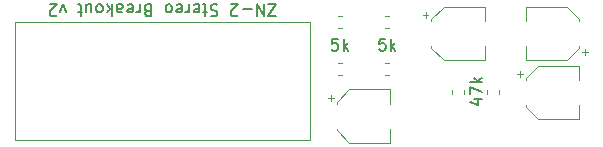
<source format=gbr>
%TF.GenerationSoftware,KiCad,Pcbnew,(5.1.6-0-10_14)*%
%TF.CreationDate,2020-09-24T20:20:29-04:00*%
%TF.ProjectId,zn-2 stereo breakout,7a6e2d32-2073-4746-9572-656f20627265,rev?*%
%TF.SameCoordinates,Original*%
%TF.FileFunction,Legend,Top*%
%TF.FilePolarity,Positive*%
%FSLAX46Y46*%
G04 Gerber Fmt 4.6, Leading zero omitted, Abs format (unit mm)*
G04 Created by KiCad (PCBNEW (5.1.6-0-10_14)) date 2020-09-24 20:20:29*
%MOMM*%
%LPD*%
G01*
G04 APERTURE LIST*
%ADD10C,0.150000*%
%ADD11C,0.120000*%
G04 APERTURE END LIST*
D10*
X128619047Y-43547619D02*
X127952380Y-43547619D01*
X128619047Y-42547619D01*
X127952380Y-42547619D01*
X127571428Y-42547619D02*
X127571428Y-43547619D01*
X127000000Y-42547619D01*
X127000000Y-43547619D01*
X126523809Y-42928571D02*
X125761904Y-42928571D01*
X125333333Y-43452380D02*
X125285714Y-43500000D01*
X125190476Y-43547619D01*
X124952380Y-43547619D01*
X124857142Y-43500000D01*
X124809523Y-43452380D01*
X124761904Y-43357142D01*
X124761904Y-43261904D01*
X124809523Y-43119047D01*
X125380952Y-42547619D01*
X124761904Y-42547619D01*
X123619047Y-42595238D02*
X123476190Y-42547619D01*
X123238095Y-42547619D01*
X123142857Y-42595238D01*
X123095238Y-42642857D01*
X123047619Y-42738095D01*
X123047619Y-42833333D01*
X123095238Y-42928571D01*
X123142857Y-42976190D01*
X123238095Y-43023809D01*
X123428571Y-43071428D01*
X123523809Y-43119047D01*
X123571428Y-43166666D01*
X123619047Y-43261904D01*
X123619047Y-43357142D01*
X123571428Y-43452380D01*
X123523809Y-43500000D01*
X123428571Y-43547619D01*
X123190476Y-43547619D01*
X123047619Y-43500000D01*
X122761904Y-43214285D02*
X122380952Y-43214285D01*
X122619047Y-43547619D02*
X122619047Y-42690476D01*
X122571428Y-42595238D01*
X122476190Y-42547619D01*
X122380952Y-42547619D01*
X121666666Y-42595238D02*
X121761904Y-42547619D01*
X121952380Y-42547619D01*
X122047619Y-42595238D01*
X122095238Y-42690476D01*
X122095238Y-43071428D01*
X122047619Y-43166666D01*
X121952380Y-43214285D01*
X121761904Y-43214285D01*
X121666666Y-43166666D01*
X121619047Y-43071428D01*
X121619047Y-42976190D01*
X122095238Y-42880952D01*
X121190476Y-42547619D02*
X121190476Y-43214285D01*
X121190476Y-43023809D02*
X121142857Y-43119047D01*
X121095238Y-43166666D01*
X121000000Y-43214285D01*
X120904761Y-43214285D01*
X120190476Y-42595238D02*
X120285714Y-42547619D01*
X120476190Y-42547619D01*
X120571428Y-42595238D01*
X120619047Y-42690476D01*
X120619047Y-43071428D01*
X120571428Y-43166666D01*
X120476190Y-43214285D01*
X120285714Y-43214285D01*
X120190476Y-43166666D01*
X120142857Y-43071428D01*
X120142857Y-42976190D01*
X120619047Y-42880952D01*
X119571428Y-42547619D02*
X119666666Y-42595238D01*
X119714285Y-42642857D01*
X119761904Y-42738095D01*
X119761904Y-43023809D01*
X119714285Y-43119047D01*
X119666666Y-43166666D01*
X119571428Y-43214285D01*
X119428571Y-43214285D01*
X119333333Y-43166666D01*
X119285714Y-43119047D01*
X119238095Y-43023809D01*
X119238095Y-42738095D01*
X119285714Y-42642857D01*
X119333333Y-42595238D01*
X119428571Y-42547619D01*
X119571428Y-42547619D01*
X117714285Y-43071428D02*
X117571428Y-43023809D01*
X117523809Y-42976190D01*
X117476190Y-42880952D01*
X117476190Y-42738095D01*
X117523809Y-42642857D01*
X117571428Y-42595238D01*
X117666666Y-42547619D01*
X118047619Y-42547619D01*
X118047619Y-43547619D01*
X117714285Y-43547619D01*
X117619047Y-43500000D01*
X117571428Y-43452380D01*
X117523809Y-43357142D01*
X117523809Y-43261904D01*
X117571428Y-43166666D01*
X117619047Y-43119047D01*
X117714285Y-43071428D01*
X118047619Y-43071428D01*
X117047619Y-42547619D02*
X117047619Y-43214285D01*
X117047619Y-43023809D02*
X117000000Y-43119047D01*
X116952380Y-43166666D01*
X116857142Y-43214285D01*
X116761904Y-43214285D01*
X116047619Y-42595238D02*
X116142857Y-42547619D01*
X116333333Y-42547619D01*
X116428571Y-42595238D01*
X116476190Y-42690476D01*
X116476190Y-43071428D01*
X116428571Y-43166666D01*
X116333333Y-43214285D01*
X116142857Y-43214285D01*
X116047619Y-43166666D01*
X116000000Y-43071428D01*
X116000000Y-42976190D01*
X116476190Y-42880952D01*
X115142857Y-42547619D02*
X115142857Y-43071428D01*
X115190476Y-43166666D01*
X115285714Y-43214285D01*
X115476190Y-43214285D01*
X115571428Y-43166666D01*
X115142857Y-42595238D02*
X115238095Y-42547619D01*
X115476190Y-42547619D01*
X115571428Y-42595238D01*
X115619047Y-42690476D01*
X115619047Y-42785714D01*
X115571428Y-42880952D01*
X115476190Y-42928571D01*
X115238095Y-42928571D01*
X115142857Y-42976190D01*
X114666666Y-42547619D02*
X114666666Y-43547619D01*
X114571428Y-42928571D02*
X114285714Y-42547619D01*
X114285714Y-43214285D02*
X114666666Y-42833333D01*
X113714285Y-42547619D02*
X113809523Y-42595238D01*
X113857142Y-42642857D01*
X113904761Y-42738095D01*
X113904761Y-43023809D01*
X113857142Y-43119047D01*
X113809523Y-43166666D01*
X113714285Y-43214285D01*
X113571428Y-43214285D01*
X113476190Y-43166666D01*
X113428571Y-43119047D01*
X113380952Y-43023809D01*
X113380952Y-42738095D01*
X113428571Y-42642857D01*
X113476190Y-42595238D01*
X113571428Y-42547619D01*
X113714285Y-42547619D01*
X112523809Y-43214285D02*
X112523809Y-42547619D01*
X112952380Y-43214285D02*
X112952380Y-42690476D01*
X112904761Y-42595238D01*
X112809523Y-42547619D01*
X112666666Y-42547619D01*
X112571428Y-42595238D01*
X112523809Y-42642857D01*
X112190476Y-43214285D02*
X111809523Y-43214285D01*
X112047619Y-43547619D02*
X112047619Y-42690476D01*
X112000000Y-42595238D01*
X111904761Y-42547619D01*
X111809523Y-42547619D01*
X110809523Y-43214285D02*
X110571428Y-42547619D01*
X110333333Y-43214285D01*
X110000000Y-43452380D02*
X109952380Y-43500000D01*
X109857142Y-43547619D01*
X109619047Y-43547619D01*
X109523809Y-43500000D01*
X109476190Y-43452380D01*
X109428571Y-43357142D01*
X109428571Y-43261904D01*
X109476190Y-43119047D01*
X110047619Y-42547619D01*
X109428571Y-42547619D01*
D11*
%TO.C,C5*%
X154260000Y-52260000D02*
X154260000Y-51060000D01*
X154260000Y-47740000D02*
X154260000Y-48940000D01*
X150804437Y-47740000D02*
X154260000Y-47740000D01*
X150804437Y-52260000D02*
X154260000Y-52260000D01*
X149740000Y-51195563D02*
X149740000Y-51060000D01*
X149740000Y-48804437D02*
X149740000Y-48940000D01*
X149740000Y-48804437D02*
X150804437Y-47740000D01*
X149740000Y-51195563D02*
X150804437Y-52260000D01*
X149000000Y-48440000D02*
X149500000Y-48440000D01*
X149250000Y-48190000D02*
X149250000Y-48690000D01*
%TO.C,C6*%
X133250000Y-50190000D02*
X133250000Y-50690000D01*
X133000000Y-50440000D02*
X133500000Y-50440000D01*
X133740000Y-53195563D02*
X134804437Y-54260000D01*
X133740000Y-50804437D02*
X134804437Y-49740000D01*
X133740000Y-50804437D02*
X133740000Y-50940000D01*
X133740000Y-53195563D02*
X133740000Y-53060000D01*
X134804437Y-54260000D02*
X138260000Y-54260000D01*
X134804437Y-49740000D02*
X138260000Y-49740000D01*
X138260000Y-49740000D02*
X138260000Y-50940000D01*
X138260000Y-54260000D02*
X138260000Y-53060000D01*
%TO.C,C7*%
X154750000Y-46810000D02*
X154750000Y-46310000D01*
X155000000Y-46560000D02*
X154500000Y-46560000D01*
X154260000Y-43804437D02*
X153195563Y-42740000D01*
X154260000Y-46195563D02*
X153195563Y-47260000D01*
X154260000Y-46195563D02*
X154260000Y-46060000D01*
X154260000Y-43804437D02*
X154260000Y-43940000D01*
X153195563Y-42740000D02*
X149740000Y-42740000D01*
X153195563Y-47260000D02*
X149740000Y-47260000D01*
X149740000Y-47260000D02*
X149740000Y-46060000D01*
X149740000Y-42740000D02*
X149740000Y-43940000D01*
%TO.C,C8*%
X146260000Y-47260000D02*
X146260000Y-46060000D01*
X146260000Y-42740000D02*
X146260000Y-43940000D01*
X142804437Y-42740000D02*
X146260000Y-42740000D01*
X142804437Y-47260000D02*
X146260000Y-47260000D01*
X141740000Y-46195563D02*
X141740000Y-46060000D01*
X141740000Y-43804437D02*
X141740000Y-43940000D01*
X141740000Y-43804437D02*
X142804437Y-42740000D01*
X141740000Y-46195563D02*
X142804437Y-47260000D01*
X141000000Y-43440000D02*
X141500000Y-43440000D01*
X141250000Y-43190000D02*
X141250000Y-43690000D01*
%TO.C,R3*%
X133828733Y-43490000D02*
X134171267Y-43490000D01*
X133828733Y-44510000D02*
X134171267Y-44510000D01*
%TO.C,R4*%
X137828733Y-44510000D02*
X138171267Y-44510000D01*
X137828733Y-43490000D02*
X138171267Y-43490000D01*
%TO.C,R5*%
X133828733Y-47490000D02*
X134171267Y-47490000D01*
X133828733Y-48510000D02*
X134171267Y-48510000D01*
%TO.C,R6*%
X137828733Y-48510000D02*
X138171267Y-48510000D01*
X137828733Y-47490000D02*
X138171267Y-47490000D01*
%TO.C,R7*%
X146490000Y-50171267D02*
X146490000Y-49828733D01*
X147510000Y-50171267D02*
X147510000Y-49828733D01*
%TO.C,R8*%
X144510000Y-50171267D02*
X144510000Y-49828733D01*
X143490000Y-50171267D02*
X143490000Y-49828733D01*
%TO.C,J1*%
X131500000Y-44000000D02*
X106500000Y-44000000D01*
X106500000Y-44000000D02*
X106500000Y-54000000D01*
X106500000Y-54000000D02*
X131500000Y-54000000D01*
X131500000Y-54000000D02*
X131500000Y-44000000D01*
%TO.C,R5*%
D10*
X133833333Y-45452380D02*
X133357142Y-45452380D01*
X133309523Y-45928571D01*
X133357142Y-45880952D01*
X133452380Y-45833333D01*
X133690476Y-45833333D01*
X133785714Y-45880952D01*
X133833333Y-45928571D01*
X133880952Y-46023809D01*
X133880952Y-46261904D01*
X133833333Y-46357142D01*
X133785714Y-46404761D01*
X133690476Y-46452380D01*
X133452380Y-46452380D01*
X133357142Y-46404761D01*
X133309523Y-46357142D01*
X134309523Y-46452380D02*
X134309523Y-45452380D01*
X134404761Y-46071428D02*
X134690476Y-46452380D01*
X134690476Y-45785714D02*
X134309523Y-46166666D01*
%TO.C,R6*%
X137833333Y-45452380D02*
X137357142Y-45452380D01*
X137309523Y-45928571D01*
X137357142Y-45880952D01*
X137452380Y-45833333D01*
X137690476Y-45833333D01*
X137785714Y-45880952D01*
X137833333Y-45928571D01*
X137880952Y-46023809D01*
X137880952Y-46261904D01*
X137833333Y-46357142D01*
X137785714Y-46404761D01*
X137690476Y-46452380D01*
X137452380Y-46452380D01*
X137357142Y-46404761D01*
X137309523Y-46357142D01*
X138309523Y-46452380D02*
X138309523Y-45452380D01*
X138404761Y-46071428D02*
X138690476Y-46452380D01*
X138690476Y-45785714D02*
X138309523Y-46166666D01*
%TO.C,R8*%
X145360714Y-50590476D02*
X146027380Y-50590476D01*
X144979761Y-50828571D02*
X145694047Y-51066666D01*
X145694047Y-50447619D01*
X145027380Y-50161904D02*
X145027380Y-49495238D01*
X146027380Y-49923809D01*
X146027380Y-49114285D02*
X145027380Y-49114285D01*
X145646428Y-49019047D02*
X146027380Y-48733333D01*
X145360714Y-48733333D02*
X145741666Y-49114285D01*
%TD*%
M02*

</source>
